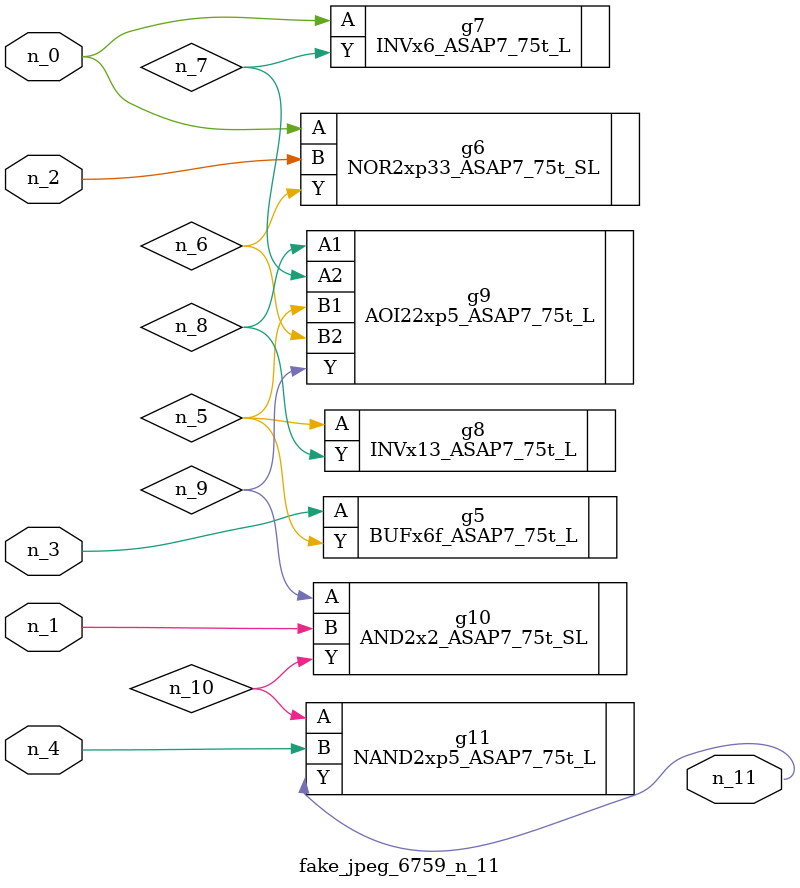
<source format=v>
module fake_jpeg_6759_n_11 (n_3, n_2, n_1, n_0, n_4, n_11);

input n_3;
input n_2;
input n_1;
input n_0;
input n_4;

output n_11;

wire n_10;
wire n_8;
wire n_9;
wire n_6;
wire n_5;
wire n_7;

BUFx6f_ASAP7_75t_L g5 ( 
.A(n_3),
.Y(n_5)
);

NOR2xp33_ASAP7_75t_SL g6 ( 
.A(n_0),
.B(n_2),
.Y(n_6)
);

INVx6_ASAP7_75t_L g7 ( 
.A(n_0),
.Y(n_7)
);

INVx13_ASAP7_75t_L g8 ( 
.A(n_5),
.Y(n_8)
);

AOI22xp5_ASAP7_75t_L g9 ( 
.A1(n_8),
.A2(n_7),
.B1(n_5),
.B2(n_6),
.Y(n_9)
);

AND2x2_ASAP7_75t_SL g10 ( 
.A(n_9),
.B(n_1),
.Y(n_10)
);

NAND2xp5_ASAP7_75t_L g11 ( 
.A(n_10),
.B(n_4),
.Y(n_11)
);


endmodule
</source>
